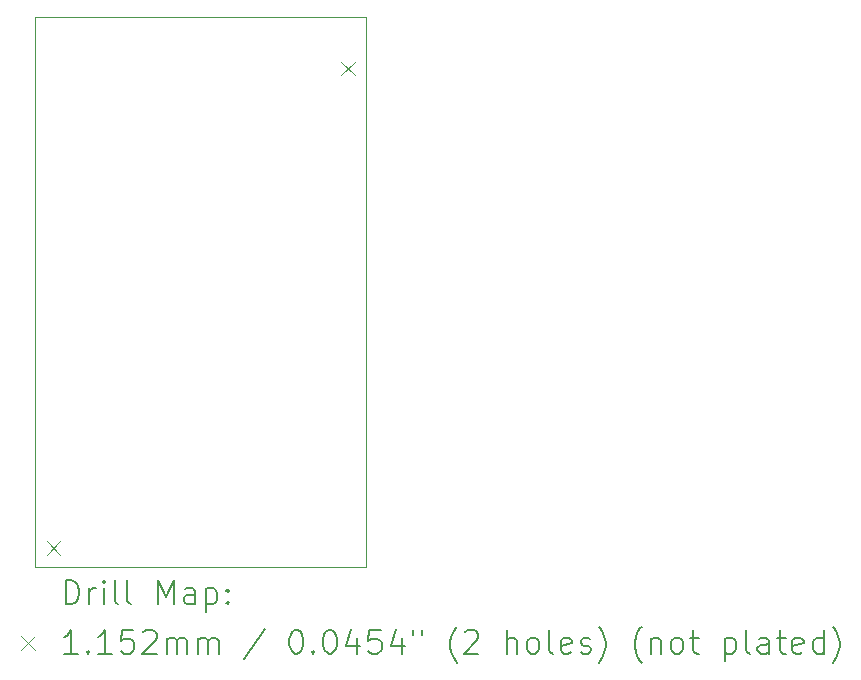
<source format=gbr>
%TF.GenerationSoftware,KiCad,Pcbnew,8.0.1*%
%TF.CreationDate,2024-04-03T20:26:18-05:00*%
%TF.ProjectId,meshtastic-diy,6d657368-7461-4737-9469-632d6469792e,2.1*%
%TF.SameCoordinates,Original*%
%TF.FileFunction,Drillmap*%
%TF.FilePolarity,Positive*%
%FSLAX45Y45*%
G04 Gerber Fmt 4.5, Leading zero omitted, Abs format (unit mm)*
G04 Created by KiCad (PCBNEW 8.0.1) date 2024-04-03 20:26:18*
%MOMM*%
%LPD*%
G01*
G04 APERTURE LIST*
%ADD10C,0.050000*%
%ADD11C,0.200000*%
%ADD12C,0.115200*%
G04 APERTURE END LIST*
D10*
X17050000Y-7970000D02*
X14250000Y-7970000D01*
X17050000Y-12630000D02*
X17050000Y-7970000D01*
X14250000Y-7970000D02*
X14250000Y-12630000D01*
X14250000Y-12630000D02*
X17050000Y-12630000D01*
D11*
D12*
X14348750Y-12412400D02*
X14463950Y-12527600D01*
X14463950Y-12412400D02*
X14348750Y-12527600D01*
X16842400Y-8352400D02*
X16957600Y-8467600D01*
X16957600Y-8352400D02*
X16842400Y-8467600D01*
D11*
X14508277Y-12943984D02*
X14508277Y-12743984D01*
X14508277Y-12743984D02*
X14555896Y-12743984D01*
X14555896Y-12743984D02*
X14584467Y-12753508D01*
X14584467Y-12753508D02*
X14603515Y-12772555D01*
X14603515Y-12772555D02*
X14613039Y-12791603D01*
X14613039Y-12791603D02*
X14622562Y-12829698D01*
X14622562Y-12829698D02*
X14622562Y-12858269D01*
X14622562Y-12858269D02*
X14613039Y-12896365D01*
X14613039Y-12896365D02*
X14603515Y-12915412D01*
X14603515Y-12915412D02*
X14584467Y-12934460D01*
X14584467Y-12934460D02*
X14555896Y-12943984D01*
X14555896Y-12943984D02*
X14508277Y-12943984D01*
X14708277Y-12943984D02*
X14708277Y-12810650D01*
X14708277Y-12848746D02*
X14717801Y-12829698D01*
X14717801Y-12829698D02*
X14727324Y-12820174D01*
X14727324Y-12820174D02*
X14746372Y-12810650D01*
X14746372Y-12810650D02*
X14765420Y-12810650D01*
X14832086Y-12943984D02*
X14832086Y-12810650D01*
X14832086Y-12743984D02*
X14822562Y-12753508D01*
X14822562Y-12753508D02*
X14832086Y-12763031D01*
X14832086Y-12763031D02*
X14841610Y-12753508D01*
X14841610Y-12753508D02*
X14832086Y-12743984D01*
X14832086Y-12743984D02*
X14832086Y-12763031D01*
X14955896Y-12943984D02*
X14936848Y-12934460D01*
X14936848Y-12934460D02*
X14927324Y-12915412D01*
X14927324Y-12915412D02*
X14927324Y-12743984D01*
X15060658Y-12943984D02*
X15041610Y-12934460D01*
X15041610Y-12934460D02*
X15032086Y-12915412D01*
X15032086Y-12915412D02*
X15032086Y-12743984D01*
X15289229Y-12943984D02*
X15289229Y-12743984D01*
X15289229Y-12743984D02*
X15355896Y-12886841D01*
X15355896Y-12886841D02*
X15422562Y-12743984D01*
X15422562Y-12743984D02*
X15422562Y-12943984D01*
X15603515Y-12943984D02*
X15603515Y-12839222D01*
X15603515Y-12839222D02*
X15593991Y-12820174D01*
X15593991Y-12820174D02*
X15574943Y-12810650D01*
X15574943Y-12810650D02*
X15536848Y-12810650D01*
X15536848Y-12810650D02*
X15517801Y-12820174D01*
X15603515Y-12934460D02*
X15584467Y-12943984D01*
X15584467Y-12943984D02*
X15536848Y-12943984D01*
X15536848Y-12943984D02*
X15517801Y-12934460D01*
X15517801Y-12934460D02*
X15508277Y-12915412D01*
X15508277Y-12915412D02*
X15508277Y-12896365D01*
X15508277Y-12896365D02*
X15517801Y-12877317D01*
X15517801Y-12877317D02*
X15536848Y-12867793D01*
X15536848Y-12867793D02*
X15584467Y-12867793D01*
X15584467Y-12867793D02*
X15603515Y-12858269D01*
X15698753Y-12810650D02*
X15698753Y-13010650D01*
X15698753Y-12820174D02*
X15717801Y-12810650D01*
X15717801Y-12810650D02*
X15755896Y-12810650D01*
X15755896Y-12810650D02*
X15774943Y-12820174D01*
X15774943Y-12820174D02*
X15784467Y-12829698D01*
X15784467Y-12829698D02*
X15793991Y-12848746D01*
X15793991Y-12848746D02*
X15793991Y-12905888D01*
X15793991Y-12905888D02*
X15784467Y-12924936D01*
X15784467Y-12924936D02*
X15774943Y-12934460D01*
X15774943Y-12934460D02*
X15755896Y-12943984D01*
X15755896Y-12943984D02*
X15717801Y-12943984D01*
X15717801Y-12943984D02*
X15698753Y-12934460D01*
X15879705Y-12924936D02*
X15889229Y-12934460D01*
X15889229Y-12934460D02*
X15879705Y-12943984D01*
X15879705Y-12943984D02*
X15870182Y-12934460D01*
X15870182Y-12934460D02*
X15879705Y-12924936D01*
X15879705Y-12924936D02*
X15879705Y-12943984D01*
X15879705Y-12820174D02*
X15889229Y-12829698D01*
X15889229Y-12829698D02*
X15879705Y-12839222D01*
X15879705Y-12839222D02*
X15870182Y-12829698D01*
X15870182Y-12829698D02*
X15879705Y-12820174D01*
X15879705Y-12820174D02*
X15879705Y-12839222D01*
D12*
X14132300Y-13214900D02*
X14247500Y-13330100D01*
X14247500Y-13214900D02*
X14132300Y-13330100D01*
D11*
X14613039Y-13363984D02*
X14498753Y-13363984D01*
X14555896Y-13363984D02*
X14555896Y-13163984D01*
X14555896Y-13163984D02*
X14536848Y-13192555D01*
X14536848Y-13192555D02*
X14517801Y-13211603D01*
X14517801Y-13211603D02*
X14498753Y-13221127D01*
X14698753Y-13344936D02*
X14708277Y-13354460D01*
X14708277Y-13354460D02*
X14698753Y-13363984D01*
X14698753Y-13363984D02*
X14689229Y-13354460D01*
X14689229Y-13354460D02*
X14698753Y-13344936D01*
X14698753Y-13344936D02*
X14698753Y-13363984D01*
X14898753Y-13363984D02*
X14784467Y-13363984D01*
X14841610Y-13363984D02*
X14841610Y-13163984D01*
X14841610Y-13163984D02*
X14822562Y-13192555D01*
X14822562Y-13192555D02*
X14803515Y-13211603D01*
X14803515Y-13211603D02*
X14784467Y-13221127D01*
X15079705Y-13163984D02*
X14984467Y-13163984D01*
X14984467Y-13163984D02*
X14974943Y-13259222D01*
X14974943Y-13259222D02*
X14984467Y-13249698D01*
X14984467Y-13249698D02*
X15003515Y-13240174D01*
X15003515Y-13240174D02*
X15051134Y-13240174D01*
X15051134Y-13240174D02*
X15070182Y-13249698D01*
X15070182Y-13249698D02*
X15079705Y-13259222D01*
X15079705Y-13259222D02*
X15089229Y-13278269D01*
X15089229Y-13278269D02*
X15089229Y-13325888D01*
X15089229Y-13325888D02*
X15079705Y-13344936D01*
X15079705Y-13344936D02*
X15070182Y-13354460D01*
X15070182Y-13354460D02*
X15051134Y-13363984D01*
X15051134Y-13363984D02*
X15003515Y-13363984D01*
X15003515Y-13363984D02*
X14984467Y-13354460D01*
X14984467Y-13354460D02*
X14974943Y-13344936D01*
X15165420Y-13183031D02*
X15174943Y-13173508D01*
X15174943Y-13173508D02*
X15193991Y-13163984D01*
X15193991Y-13163984D02*
X15241610Y-13163984D01*
X15241610Y-13163984D02*
X15260658Y-13173508D01*
X15260658Y-13173508D02*
X15270182Y-13183031D01*
X15270182Y-13183031D02*
X15279705Y-13202079D01*
X15279705Y-13202079D02*
X15279705Y-13221127D01*
X15279705Y-13221127D02*
X15270182Y-13249698D01*
X15270182Y-13249698D02*
X15155896Y-13363984D01*
X15155896Y-13363984D02*
X15279705Y-13363984D01*
X15365420Y-13363984D02*
X15365420Y-13230650D01*
X15365420Y-13249698D02*
X15374943Y-13240174D01*
X15374943Y-13240174D02*
X15393991Y-13230650D01*
X15393991Y-13230650D02*
X15422563Y-13230650D01*
X15422563Y-13230650D02*
X15441610Y-13240174D01*
X15441610Y-13240174D02*
X15451134Y-13259222D01*
X15451134Y-13259222D02*
X15451134Y-13363984D01*
X15451134Y-13259222D02*
X15460658Y-13240174D01*
X15460658Y-13240174D02*
X15479705Y-13230650D01*
X15479705Y-13230650D02*
X15508277Y-13230650D01*
X15508277Y-13230650D02*
X15527324Y-13240174D01*
X15527324Y-13240174D02*
X15536848Y-13259222D01*
X15536848Y-13259222D02*
X15536848Y-13363984D01*
X15632086Y-13363984D02*
X15632086Y-13230650D01*
X15632086Y-13249698D02*
X15641610Y-13240174D01*
X15641610Y-13240174D02*
X15660658Y-13230650D01*
X15660658Y-13230650D02*
X15689229Y-13230650D01*
X15689229Y-13230650D02*
X15708277Y-13240174D01*
X15708277Y-13240174D02*
X15717801Y-13259222D01*
X15717801Y-13259222D02*
X15717801Y-13363984D01*
X15717801Y-13259222D02*
X15727324Y-13240174D01*
X15727324Y-13240174D02*
X15746372Y-13230650D01*
X15746372Y-13230650D02*
X15774943Y-13230650D01*
X15774943Y-13230650D02*
X15793991Y-13240174D01*
X15793991Y-13240174D02*
X15803515Y-13259222D01*
X15803515Y-13259222D02*
X15803515Y-13363984D01*
X16193991Y-13154460D02*
X16022563Y-13411603D01*
X16451134Y-13163984D02*
X16470182Y-13163984D01*
X16470182Y-13163984D02*
X16489229Y-13173508D01*
X16489229Y-13173508D02*
X16498753Y-13183031D01*
X16498753Y-13183031D02*
X16508277Y-13202079D01*
X16508277Y-13202079D02*
X16517801Y-13240174D01*
X16517801Y-13240174D02*
X16517801Y-13287793D01*
X16517801Y-13287793D02*
X16508277Y-13325888D01*
X16508277Y-13325888D02*
X16498753Y-13344936D01*
X16498753Y-13344936D02*
X16489229Y-13354460D01*
X16489229Y-13354460D02*
X16470182Y-13363984D01*
X16470182Y-13363984D02*
X16451134Y-13363984D01*
X16451134Y-13363984D02*
X16432086Y-13354460D01*
X16432086Y-13354460D02*
X16422563Y-13344936D01*
X16422563Y-13344936D02*
X16413039Y-13325888D01*
X16413039Y-13325888D02*
X16403515Y-13287793D01*
X16403515Y-13287793D02*
X16403515Y-13240174D01*
X16403515Y-13240174D02*
X16413039Y-13202079D01*
X16413039Y-13202079D02*
X16422563Y-13183031D01*
X16422563Y-13183031D02*
X16432086Y-13173508D01*
X16432086Y-13173508D02*
X16451134Y-13163984D01*
X16603515Y-13344936D02*
X16613039Y-13354460D01*
X16613039Y-13354460D02*
X16603515Y-13363984D01*
X16603515Y-13363984D02*
X16593991Y-13354460D01*
X16593991Y-13354460D02*
X16603515Y-13344936D01*
X16603515Y-13344936D02*
X16603515Y-13363984D01*
X16736848Y-13163984D02*
X16755896Y-13163984D01*
X16755896Y-13163984D02*
X16774944Y-13173508D01*
X16774944Y-13173508D02*
X16784468Y-13183031D01*
X16784468Y-13183031D02*
X16793991Y-13202079D01*
X16793991Y-13202079D02*
X16803515Y-13240174D01*
X16803515Y-13240174D02*
X16803515Y-13287793D01*
X16803515Y-13287793D02*
X16793991Y-13325888D01*
X16793991Y-13325888D02*
X16784468Y-13344936D01*
X16784468Y-13344936D02*
X16774944Y-13354460D01*
X16774944Y-13354460D02*
X16755896Y-13363984D01*
X16755896Y-13363984D02*
X16736848Y-13363984D01*
X16736848Y-13363984D02*
X16717801Y-13354460D01*
X16717801Y-13354460D02*
X16708277Y-13344936D01*
X16708277Y-13344936D02*
X16698753Y-13325888D01*
X16698753Y-13325888D02*
X16689229Y-13287793D01*
X16689229Y-13287793D02*
X16689229Y-13240174D01*
X16689229Y-13240174D02*
X16698753Y-13202079D01*
X16698753Y-13202079D02*
X16708277Y-13183031D01*
X16708277Y-13183031D02*
X16717801Y-13173508D01*
X16717801Y-13173508D02*
X16736848Y-13163984D01*
X16974944Y-13230650D02*
X16974944Y-13363984D01*
X16927325Y-13154460D02*
X16879706Y-13297317D01*
X16879706Y-13297317D02*
X17003515Y-13297317D01*
X17174944Y-13163984D02*
X17079706Y-13163984D01*
X17079706Y-13163984D02*
X17070182Y-13259222D01*
X17070182Y-13259222D02*
X17079706Y-13249698D01*
X17079706Y-13249698D02*
X17098753Y-13240174D01*
X17098753Y-13240174D02*
X17146372Y-13240174D01*
X17146372Y-13240174D02*
X17165420Y-13249698D01*
X17165420Y-13249698D02*
X17174944Y-13259222D01*
X17174944Y-13259222D02*
X17184468Y-13278269D01*
X17184468Y-13278269D02*
X17184468Y-13325888D01*
X17184468Y-13325888D02*
X17174944Y-13344936D01*
X17174944Y-13344936D02*
X17165420Y-13354460D01*
X17165420Y-13354460D02*
X17146372Y-13363984D01*
X17146372Y-13363984D02*
X17098753Y-13363984D01*
X17098753Y-13363984D02*
X17079706Y-13354460D01*
X17079706Y-13354460D02*
X17070182Y-13344936D01*
X17355896Y-13230650D02*
X17355896Y-13363984D01*
X17308277Y-13154460D02*
X17260658Y-13297317D01*
X17260658Y-13297317D02*
X17384468Y-13297317D01*
X17451134Y-13163984D02*
X17451134Y-13202079D01*
X17527325Y-13163984D02*
X17527325Y-13202079D01*
X17822563Y-13440174D02*
X17813039Y-13430650D01*
X17813039Y-13430650D02*
X17793991Y-13402079D01*
X17793991Y-13402079D02*
X17784468Y-13383031D01*
X17784468Y-13383031D02*
X17774944Y-13354460D01*
X17774944Y-13354460D02*
X17765420Y-13306841D01*
X17765420Y-13306841D02*
X17765420Y-13268746D01*
X17765420Y-13268746D02*
X17774944Y-13221127D01*
X17774944Y-13221127D02*
X17784468Y-13192555D01*
X17784468Y-13192555D02*
X17793991Y-13173508D01*
X17793991Y-13173508D02*
X17813039Y-13144936D01*
X17813039Y-13144936D02*
X17822563Y-13135412D01*
X17889230Y-13183031D02*
X17898753Y-13173508D01*
X17898753Y-13173508D02*
X17917801Y-13163984D01*
X17917801Y-13163984D02*
X17965420Y-13163984D01*
X17965420Y-13163984D02*
X17984468Y-13173508D01*
X17984468Y-13173508D02*
X17993991Y-13183031D01*
X17993991Y-13183031D02*
X18003515Y-13202079D01*
X18003515Y-13202079D02*
X18003515Y-13221127D01*
X18003515Y-13221127D02*
X17993991Y-13249698D01*
X17993991Y-13249698D02*
X17879706Y-13363984D01*
X17879706Y-13363984D02*
X18003515Y-13363984D01*
X18241611Y-13363984D02*
X18241611Y-13163984D01*
X18327325Y-13363984D02*
X18327325Y-13259222D01*
X18327325Y-13259222D02*
X18317801Y-13240174D01*
X18317801Y-13240174D02*
X18298753Y-13230650D01*
X18298753Y-13230650D02*
X18270182Y-13230650D01*
X18270182Y-13230650D02*
X18251134Y-13240174D01*
X18251134Y-13240174D02*
X18241611Y-13249698D01*
X18451134Y-13363984D02*
X18432087Y-13354460D01*
X18432087Y-13354460D02*
X18422563Y-13344936D01*
X18422563Y-13344936D02*
X18413039Y-13325888D01*
X18413039Y-13325888D02*
X18413039Y-13268746D01*
X18413039Y-13268746D02*
X18422563Y-13249698D01*
X18422563Y-13249698D02*
X18432087Y-13240174D01*
X18432087Y-13240174D02*
X18451134Y-13230650D01*
X18451134Y-13230650D02*
X18479706Y-13230650D01*
X18479706Y-13230650D02*
X18498753Y-13240174D01*
X18498753Y-13240174D02*
X18508277Y-13249698D01*
X18508277Y-13249698D02*
X18517801Y-13268746D01*
X18517801Y-13268746D02*
X18517801Y-13325888D01*
X18517801Y-13325888D02*
X18508277Y-13344936D01*
X18508277Y-13344936D02*
X18498753Y-13354460D01*
X18498753Y-13354460D02*
X18479706Y-13363984D01*
X18479706Y-13363984D02*
X18451134Y-13363984D01*
X18632087Y-13363984D02*
X18613039Y-13354460D01*
X18613039Y-13354460D02*
X18603515Y-13335412D01*
X18603515Y-13335412D02*
X18603515Y-13163984D01*
X18784468Y-13354460D02*
X18765420Y-13363984D01*
X18765420Y-13363984D02*
X18727325Y-13363984D01*
X18727325Y-13363984D02*
X18708277Y-13354460D01*
X18708277Y-13354460D02*
X18698753Y-13335412D01*
X18698753Y-13335412D02*
X18698753Y-13259222D01*
X18698753Y-13259222D02*
X18708277Y-13240174D01*
X18708277Y-13240174D02*
X18727325Y-13230650D01*
X18727325Y-13230650D02*
X18765420Y-13230650D01*
X18765420Y-13230650D02*
X18784468Y-13240174D01*
X18784468Y-13240174D02*
X18793992Y-13259222D01*
X18793992Y-13259222D02*
X18793992Y-13278269D01*
X18793992Y-13278269D02*
X18698753Y-13297317D01*
X18870182Y-13354460D02*
X18889230Y-13363984D01*
X18889230Y-13363984D02*
X18927325Y-13363984D01*
X18927325Y-13363984D02*
X18946373Y-13354460D01*
X18946373Y-13354460D02*
X18955896Y-13335412D01*
X18955896Y-13335412D02*
X18955896Y-13325888D01*
X18955896Y-13325888D02*
X18946373Y-13306841D01*
X18946373Y-13306841D02*
X18927325Y-13297317D01*
X18927325Y-13297317D02*
X18898753Y-13297317D01*
X18898753Y-13297317D02*
X18879706Y-13287793D01*
X18879706Y-13287793D02*
X18870182Y-13268746D01*
X18870182Y-13268746D02*
X18870182Y-13259222D01*
X18870182Y-13259222D02*
X18879706Y-13240174D01*
X18879706Y-13240174D02*
X18898753Y-13230650D01*
X18898753Y-13230650D02*
X18927325Y-13230650D01*
X18927325Y-13230650D02*
X18946373Y-13240174D01*
X19022563Y-13440174D02*
X19032087Y-13430650D01*
X19032087Y-13430650D02*
X19051134Y-13402079D01*
X19051134Y-13402079D02*
X19060658Y-13383031D01*
X19060658Y-13383031D02*
X19070182Y-13354460D01*
X19070182Y-13354460D02*
X19079706Y-13306841D01*
X19079706Y-13306841D02*
X19079706Y-13268746D01*
X19079706Y-13268746D02*
X19070182Y-13221127D01*
X19070182Y-13221127D02*
X19060658Y-13192555D01*
X19060658Y-13192555D02*
X19051134Y-13173508D01*
X19051134Y-13173508D02*
X19032087Y-13144936D01*
X19032087Y-13144936D02*
X19022563Y-13135412D01*
X19384468Y-13440174D02*
X19374944Y-13430650D01*
X19374944Y-13430650D02*
X19355896Y-13402079D01*
X19355896Y-13402079D02*
X19346373Y-13383031D01*
X19346373Y-13383031D02*
X19336849Y-13354460D01*
X19336849Y-13354460D02*
X19327325Y-13306841D01*
X19327325Y-13306841D02*
X19327325Y-13268746D01*
X19327325Y-13268746D02*
X19336849Y-13221127D01*
X19336849Y-13221127D02*
X19346373Y-13192555D01*
X19346373Y-13192555D02*
X19355896Y-13173508D01*
X19355896Y-13173508D02*
X19374944Y-13144936D01*
X19374944Y-13144936D02*
X19384468Y-13135412D01*
X19460658Y-13230650D02*
X19460658Y-13363984D01*
X19460658Y-13249698D02*
X19470182Y-13240174D01*
X19470182Y-13240174D02*
X19489230Y-13230650D01*
X19489230Y-13230650D02*
X19517801Y-13230650D01*
X19517801Y-13230650D02*
X19536849Y-13240174D01*
X19536849Y-13240174D02*
X19546373Y-13259222D01*
X19546373Y-13259222D02*
X19546373Y-13363984D01*
X19670182Y-13363984D02*
X19651134Y-13354460D01*
X19651134Y-13354460D02*
X19641611Y-13344936D01*
X19641611Y-13344936D02*
X19632087Y-13325888D01*
X19632087Y-13325888D02*
X19632087Y-13268746D01*
X19632087Y-13268746D02*
X19641611Y-13249698D01*
X19641611Y-13249698D02*
X19651134Y-13240174D01*
X19651134Y-13240174D02*
X19670182Y-13230650D01*
X19670182Y-13230650D02*
X19698754Y-13230650D01*
X19698754Y-13230650D02*
X19717801Y-13240174D01*
X19717801Y-13240174D02*
X19727325Y-13249698D01*
X19727325Y-13249698D02*
X19736849Y-13268746D01*
X19736849Y-13268746D02*
X19736849Y-13325888D01*
X19736849Y-13325888D02*
X19727325Y-13344936D01*
X19727325Y-13344936D02*
X19717801Y-13354460D01*
X19717801Y-13354460D02*
X19698754Y-13363984D01*
X19698754Y-13363984D02*
X19670182Y-13363984D01*
X19793992Y-13230650D02*
X19870182Y-13230650D01*
X19822563Y-13163984D02*
X19822563Y-13335412D01*
X19822563Y-13335412D02*
X19832087Y-13354460D01*
X19832087Y-13354460D02*
X19851134Y-13363984D01*
X19851134Y-13363984D02*
X19870182Y-13363984D01*
X20089230Y-13230650D02*
X20089230Y-13430650D01*
X20089230Y-13240174D02*
X20108277Y-13230650D01*
X20108277Y-13230650D02*
X20146373Y-13230650D01*
X20146373Y-13230650D02*
X20165420Y-13240174D01*
X20165420Y-13240174D02*
X20174944Y-13249698D01*
X20174944Y-13249698D02*
X20184468Y-13268746D01*
X20184468Y-13268746D02*
X20184468Y-13325888D01*
X20184468Y-13325888D02*
X20174944Y-13344936D01*
X20174944Y-13344936D02*
X20165420Y-13354460D01*
X20165420Y-13354460D02*
X20146373Y-13363984D01*
X20146373Y-13363984D02*
X20108277Y-13363984D01*
X20108277Y-13363984D02*
X20089230Y-13354460D01*
X20298754Y-13363984D02*
X20279706Y-13354460D01*
X20279706Y-13354460D02*
X20270182Y-13335412D01*
X20270182Y-13335412D02*
X20270182Y-13163984D01*
X20460658Y-13363984D02*
X20460658Y-13259222D01*
X20460658Y-13259222D02*
X20451135Y-13240174D01*
X20451135Y-13240174D02*
X20432087Y-13230650D01*
X20432087Y-13230650D02*
X20393992Y-13230650D01*
X20393992Y-13230650D02*
X20374944Y-13240174D01*
X20460658Y-13354460D02*
X20441611Y-13363984D01*
X20441611Y-13363984D02*
X20393992Y-13363984D01*
X20393992Y-13363984D02*
X20374944Y-13354460D01*
X20374944Y-13354460D02*
X20365420Y-13335412D01*
X20365420Y-13335412D02*
X20365420Y-13316365D01*
X20365420Y-13316365D02*
X20374944Y-13297317D01*
X20374944Y-13297317D02*
X20393992Y-13287793D01*
X20393992Y-13287793D02*
X20441611Y-13287793D01*
X20441611Y-13287793D02*
X20460658Y-13278269D01*
X20527325Y-13230650D02*
X20603515Y-13230650D01*
X20555896Y-13163984D02*
X20555896Y-13335412D01*
X20555896Y-13335412D02*
X20565420Y-13354460D01*
X20565420Y-13354460D02*
X20584468Y-13363984D01*
X20584468Y-13363984D02*
X20603515Y-13363984D01*
X20746373Y-13354460D02*
X20727325Y-13363984D01*
X20727325Y-13363984D02*
X20689230Y-13363984D01*
X20689230Y-13363984D02*
X20670182Y-13354460D01*
X20670182Y-13354460D02*
X20660658Y-13335412D01*
X20660658Y-13335412D02*
X20660658Y-13259222D01*
X20660658Y-13259222D02*
X20670182Y-13240174D01*
X20670182Y-13240174D02*
X20689230Y-13230650D01*
X20689230Y-13230650D02*
X20727325Y-13230650D01*
X20727325Y-13230650D02*
X20746373Y-13240174D01*
X20746373Y-13240174D02*
X20755896Y-13259222D01*
X20755896Y-13259222D02*
X20755896Y-13278269D01*
X20755896Y-13278269D02*
X20660658Y-13297317D01*
X20927325Y-13363984D02*
X20927325Y-13163984D01*
X20927325Y-13354460D02*
X20908277Y-13363984D01*
X20908277Y-13363984D02*
X20870182Y-13363984D01*
X20870182Y-13363984D02*
X20851135Y-13354460D01*
X20851135Y-13354460D02*
X20841611Y-13344936D01*
X20841611Y-13344936D02*
X20832087Y-13325888D01*
X20832087Y-13325888D02*
X20832087Y-13268746D01*
X20832087Y-13268746D02*
X20841611Y-13249698D01*
X20841611Y-13249698D02*
X20851135Y-13240174D01*
X20851135Y-13240174D02*
X20870182Y-13230650D01*
X20870182Y-13230650D02*
X20908277Y-13230650D01*
X20908277Y-13230650D02*
X20927325Y-13240174D01*
X21003516Y-13440174D02*
X21013039Y-13430650D01*
X21013039Y-13430650D02*
X21032087Y-13402079D01*
X21032087Y-13402079D02*
X21041611Y-13383031D01*
X21041611Y-13383031D02*
X21051135Y-13354460D01*
X21051135Y-13354460D02*
X21060658Y-13306841D01*
X21060658Y-13306841D02*
X21060658Y-13268746D01*
X21060658Y-13268746D02*
X21051135Y-13221127D01*
X21051135Y-13221127D02*
X21041611Y-13192555D01*
X21041611Y-13192555D02*
X21032087Y-13173508D01*
X21032087Y-13173508D02*
X21013039Y-13144936D01*
X21013039Y-13144936D02*
X21003516Y-13135412D01*
M02*

</source>
